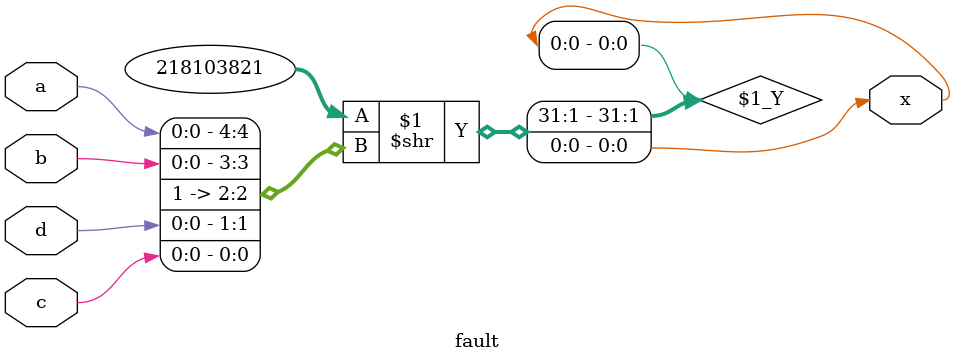
<source format=sv>
/* Generated by Yosys 0.36+3 (git sha1 a53032104, aarch64-apple-darwin20.2-clang 10.0.0-4ubuntu1 -fPIC -Os) */

module fault(a, b, c, d, x);
  input a;
  wire a;
  input b;
  wire b;
  input c;
  wire c;
  input d;
  wire d;
  output x;
  wire x;
  assign x = 32'd218103821 >> { a, b, 1'h1, d, c };
endmodule

</source>
